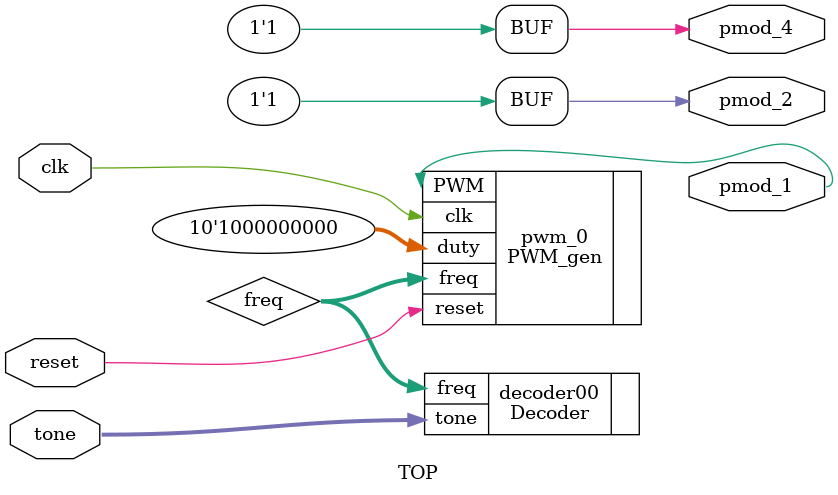
<source format=v>

module TOP (
    input clk,
    input reset,
    input [15:0] tone, //piano keys
	output pmod_1,	//AIN
	output pmod_2,	//GAIN
	output pmod_4	//SHUTDOWN_N
);
	
wire [31:0] freq;
assign pmod_2 = 1'd1;	//no gain(6dB)
assign pmod_4 = 1'd1;	//turn-on
	
Decoder decoder00 (
	.tone(tone),
	.freq(freq)
);

PWM_gen pwm_0 ( 
	.clk(clk), 
	.reset(reset), 
	.freq(freq),
	.duty(10'd512), 
	.PWM(pmod_1)
);

endmodule
</source>
